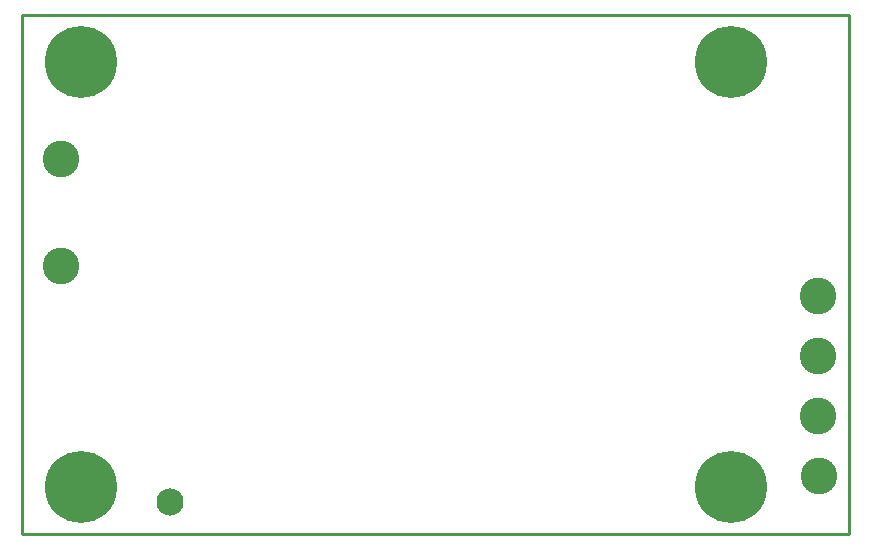
<source format=gbs>
G04*
G04 #@! TF.GenerationSoftware,Altium Limited,Altium Designer,19.0.14 (431)*
G04*
G04 Layer_Color=10517442*
%FSLAX25Y25*%
%MOIN*%
G70*
G01*
G75*
%ADD10C,0.01000*%
%ADD40C,0.12211*%
%ADD41C,0.09061*%
%ADD42C,0.24022*%
D10*
X-0Y173228D02*
X275590D01*
X275590Y0D02*
Y173228D01*
X0Y0D02*
X275590D01*
X-0Y173228D02*
X0Y0D01*
D40*
X265600Y19600D02*
D03*
X265300Y39600D02*
D03*
X265400Y59600D02*
D03*
Y79600D02*
D03*
X12800Y89600D02*
D03*
Y125300D02*
D03*
D41*
X49200Y10700D02*
D03*
D42*
X19685Y157480D02*
D03*
X236221D02*
D03*
Y15748D02*
D03*
X19685D02*
D03*
M02*

</source>
